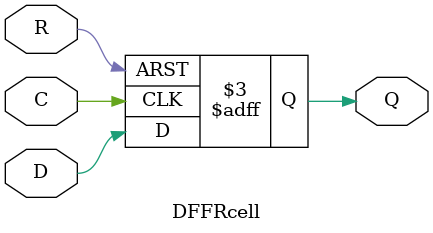
<source format=v>
module locked(inputs,key,lockingkeyinput,out);
input [7:0] inputs;
input [7:0] key;
input [255:0] lockingkeyinput;
output [1:0] out;
wire _017_;
wire _068_;
wire _071_;
wire _021_;
wire _009_;
wire _058_;
wire _007_;
wire _064_;
wire _027_;
wire _046_;
wire _035_;
wire _038_;
wire _029_;
wire _033_;
wire _061_;
wire _052_;
wire _054_;
wire _036_;
wire _002_;
wire _040_;
wire _059_;
wire _028_;
wire _034_;
wire _056_;
wire _000_;
wire _006_;
wire _010_;
wire _057_;
wire _008_;
wire _065_;
wire _043_;
wire _031_;
wire _055_;
wire _013_;
wire _011_;
wire _005_;
wire _026_;
wire _067_;
wire [4:0] scc;
wire _045_;
wire _015_;
wire _019_;
wire _060_;
wire _023_;
wire _051_;
wire _024_;
wire _025_;
wire _004_;
wire _062_;
wire _069_;
wire _047_;
wire _012_;
wire _048_;
wire _003_;
wire _041_;
wire _042_;
wire _049_;
wire _020_;
wire _014_;
wire _032_;
wire _030_;
wire _070_;
wire _001_;
wire _066_;
wire _039_;
wire [4:0] s1cc;
wire _022_;
wire _016_;
wire _050_;
wire _044_;
wire _053_;
wire _063_;
wire _018_;
wire _037_;
wire keywire74;
wire keywire75;
wire keywire76;
wire keywire77;
wire keywire78;
wire keywire79;
wire keywire80;
wire keywire81;
wire keywire82;
wire keywire83;
wire keywire84;
wire keywire85;
wire keywire86;
wire keywire87;
wire keywire88;
wire keywire89;
wire keywire90;
wire keywire91;
wire keywire92;
wire keywire93;
wire keywire94;
wire keywire95;
wire keywire96;
wire keywire97;
wire keywire98;
wire keywire99;
wire keywire100;
wire keywire101;
wire keywire102;
wire keywire103;
wire keywire104;
wire keywire105;
wire keywire106;
wire keywire107;
wire keywire108;
wire keywire109;
wire keywire110;
wire keywire111;
wire keywire112;
wire keywire113;
wire keywire114;
wire keywire115;
wire keywire116;
wire keywire117;
wire keywire118;
wire keywire119;
wire keywire120;
wire keywire121;
wire keywire122;
wire keywire123;
wire keywire124;
wire keywire125;
wire keywire126;
wire keywire127;
wire keywire128;
wire keywire129;
wire keywire130;
wire keywire131;
wire keywire132;
wire keywire133;
wire keywire134;
wire keywire135;
wire keywire136;
wire keywire137;
wire keywire138;
wire keywire139;
wire keywire140;
wire keywire141;
wire keywire142;
wire keywire143;
wire keywire144;
wire keywire145;
wire keywire146;
wire keywire147;
wire keywire148;
wire keywire149;
wire keywire150;
wire keywire151;
wire keywire152;
wire keywire153;
wire keywire154;
wire keywire155;
wire keywire156;
wire keywire157;
wire keywire158;
wire keywire159;
wire keywire160;
wire keywire161;
wire keywire162;
wire keywire163;
wire keywire164;
wire keywire165;
wire keywire166;
wire keywire167;
wire keywire168;
wire keywire169;
wire keywire170;
wire keywire171;
wire keywire172;
wire keywire173;
wire keywire174;
wire keywire175;
wire keywire176;
wire keywire177;
wire keywire178;
wire keywire179;
wire keywire180;
wire keywire181;
wire keywire182;
wire keywire183;
wire keywire184;
wire keywire185;
wire keywire186;
wire keywire187;
wire keywire188;
wire keywire189;
wire keywire190;
wire keywire191;
wire keywire192;
wire keywire193;
wire keywire194;
wire keywire195;
wire keywire196;
wire keywire197;
wire keywire198;
wire keywire199;
wire keywire200;
wire keywire201;
wire keywire202;
wire keywire203;
wire keywire204;
wire keywire205;
wire keywire206;
wire keywire207;
wire keywire208;
wire keywire209;
wire keywire210;
wire keywire211;
wire keywire212;
wire keywire213;
wire keywire214;
wire keywire215;
wire keywire216;
wire keywire217;
wire keywire218;
wire keywire219;
wire keywire220;
wire keywire221;
wire keywire222;
wire keywire223;
wire keywire224;
wire keywire225;
wire keywire226;
wire keywire227;
wire keywire228;
wire keywire229;
wire keywire230;
wire keywire231;
wire keywire232;
wire keywire233;
wire keywire234;
wire keywire235;
wire keywire236;
wire keywire237;
wire keywire238;
wire keywire239;
wire keywire240;
wire keywire241;
wire keywire242;
wire keywire243;
wire keywire244;
wire keywire245;
wire keywire246;
wire keywire247;
wire keywire248;
wire keywire249;
wire keywire250;
wire keywire251;
wire keywire252;
wire keywire253;
wire keywire254;
wire keywire255;
wire keywire256;
wire keywire257;
wire keywire258;
wire keywire259;
wire keywire260;
wire keywire261;
wire keywire262;
wire keywire263;
wire keywire264;
wire keywire265;
wire keywire266;
wire keywire267;
wire keywire268;
wire keywire269;
wire keywire270;
wire keywire271;
wire keywire272;
wire keywire273;
wire keywire274;
wire keywire275;
wire keywire276;
wire keywire277;
wire keywire278;
wire keywire279;
wire keywire280;
wire keywire281;
wire keywire282;
wire keywire283;
wire keywire284;
wire keywire285;
wire keywire286;
wire keywire287;
wire keywire288;
wire keywire289;
wire keywire290;
wire keywire291;
wire keywire292;
wire keywire293;
wire keywire294;
wire keywire295;
wire keywire296;
wire keywire297;
wire keywire298;
wire keywire299;
wire keywire300;
wire keywire301;
wire keywire302;
wire keywire303;
wire keywire304;
wire keywire305;
wire keywire306;
wire keywire307;
wire keywire308;
wire keywire309;
wire keywire310;
wire keywire311;
wire keywire312;
wire keywire313;
wire keywire314;
wire keywire315;
wire keywire316;
wire keywire317;
wire keywire318;
wire keywire319;
wire keywire320;
wire keywire321;
wire keywire322;
wire keywire323;
wire keywire324;
wire keywire325;
wire keywire326;
wire keywire327;
wire keywire328;
wire keywire329;
NOT_g NOT_g_072_(.A(inputs[3]), .Y(keywire237));
NOT_g NOT_g_114_(.A(inputs[3]), .Y(keywire238));
XNOR_g XNOR_g_073_(.A(key[0]), .B(inputs[0]), .Y(keywire320));
XNOR_g XNOR_g_074_(.A(key[7]), .B(inputs[7]), .Y(keywire319));
XNOR_g XNOR_g_076_(.A(key[1]), .B(inputs[1]), .Y(keywire318));
XNOR_g XNOR_g_077_(.A(key[3]), .B(inputs[3]), .Y(keywire317));
XNOR_g XNOR_g_087_(.A(key[5]), .B(inputs[5]), .Y(keywire249));
XNOR_g XNOR_g_088_(.A(key[2]), .B(inputs[2]), .Y(keywire231));
XNOR_g XNOR_g_090_(.A(key[6]), .B(inputs[6]), .Y(keywire253));
XNOR_g XNOR_g_091_(.A(key[4]), .B(inputs[4]), .Y(keywire329));
XNOR_g XNOR_g_096_(.A(_023_), .B(scc[0]), .Y(keywire295));
XNOR_g XNOR_g_115_(.A(key[0]), .B(inputs[0]), .Y(keywire328));
XNOR_g XNOR_g_116_(.A(key[7]), .B(inputs[7]), .Y(keywire327));
XNOR_g XNOR_g_118_(.A(key[1]), .B(inputs[1]), .Y(keywire326));
XNOR_g XNOR_g_119_(.A(key[3]), .B(inputs[3]), .Y(keywire325));
XNOR_g XNOR_g_129_(.A(key[5]), .B(inputs[5]), .Y(keywire250));
XNOR_g XNOR_g_130_(.A(key[2]), .B(inputs[2]), .Y(keywire232));
XNOR_g XNOR_g_132_(.A(key[6]), .B(inputs[6]), .Y(keywire254));
XNOR_g XNOR_g_133_(.A(key[4]), .B(inputs[4]), .Y(keywire246));
XNOR_g XNOR_g_138_(.A(_059_), .B(s1cc[0]), .Y(keywire296));
XNOR_g keygate_XNOR_0(.A(keywire74), .B(lockingkeyinput[0]), .Y(_013_));
XNOR_g keygate_XNOR_2(.A(keywire76), .B(lockingkeyinput[2]), .Y(_022_));
XNOR_g keygate_XNOR_6(.A(keywire80), .B(lockingkeyinput[6]), .Y(_037_));
XNOR_g keygate_XNOR_7(.A(keywire81), .B(lockingkeyinput[7]), .Y(_012_));
XNOR_g keygate_XNOR_9(.A(keywire83), .B(lockingkeyinput[9]), .Y(_048_));
XNOR_g keygate_XNOR_14(.A(keywire88), .B(lockingkeyinput[14]), .Y(_040_));
XNOR_g keygate_XNOR_15(.A(keywire89), .B(lockingkeyinput[15]), .Y(_011_));
XNOR_g keygate_XNOR_16(.A(keywire90), .B(lockingkeyinput[16]), .Y(_047_));
XNOR_g keygate_XNOR_18(.A(keywire92), .B(lockingkeyinput[18]), .Y(_061_));
XNOR_g keygate_XNOR_19(.A(keywire93), .B(lockingkeyinput[19]), .Y(_026_));
XNOR_g keygate_XNOR_21(.A(keywire95), .B(lockingkeyinput[21]), .Y(_016_));
XNOR_g keygate_XNOR_22(.A(keywire96), .B(lockingkeyinput[22]), .Y(_052_));
XNOR_g keygate_XNOR_24(.A(keywire98), .B(lockingkeyinput[24]), .Y(_065_));
XNOR_g keygate_XNOR_25(.A(keywire99), .B(lockingkeyinput[25]), .Y(_030_));
XNOR_g keygate_XNOR_27(.A(keywire101), .B(lockingkeyinput[27]), .Y(_000_));
XNOR_g keygate_XNOR_28(.A(keywire102), .B(lockingkeyinput[28]), .Y(_036_));
XNOR_g keygate_XNOR_29(.A(keywire103), .B(lockingkeyinput[29]), .Y(_005_));
XNOR_g keygate_XNOR_30(.A(keywire104), .B(lockingkeyinput[30]), .Y(_041_));
XNOR_g keygate_XNOR_33(.A(keywire107), .B(lockingkeyinput[33]), .Y(_034_));
XNOR_g keygate_XNOR_34(.A(keywire108), .B(lockingkeyinput[34]), .Y(_070_));
XNOR_g keygate_XNOR_36(.A(keywire110), .B(lockingkeyinput[36]), .Y(_055_));
XNOR_g keygate_XNOR_39(.A(keywire113), .B(lockingkeyinput[39]), .Y(_015_));
XNOR_g keygate_XNOR_40(.A(keywire114), .B(lockingkeyinput[40]), .Y(_051_));
XNOR_g keygate_XNOR_41(.A(keywire115), .B(lockingkeyinput[41]), .Y(_008_));
XNOR_g keygate_XNOR_43(.A(keywire117), .B(lockingkeyinput[43]), .Y(_018_));
XNOR_g keygate_XNOR_45(.A(keywire119), .B(lockingkeyinput[45]), .Y(_002_));
XNOR_g keygate_XNOR_48(.A(keywire122), .B(lockingkeyinput[48]), .Y(_039_));
XNOR_g keygate_XNOR_49(.A(keywire123), .B(lockingkeyinput[49]), .Y(_027_));
XNOR_g keygate_XNOR_56(.A(keywire130), .B(lockingkeyinput[56]), .Y(_042_));
XNOR_g keygate_XNOR_58(.A(keywire132), .B(lockingkeyinput[58]), .Y(_064_));
XNOR_g keygate_XNOR_59(.A(keywire133), .B(lockingkeyinput[59]), .Y(_017_));
XNOR_g keygate_XNOR_60(.A(keywire134), .B(lockingkeyinput[60]), .Y(_053_));
XNOR_g keygate_XNOR_61(.A(keywire135), .B(lockingkeyinput[61]), .Y(_032_));
XNOR_g keygate_XNOR_62(.A(keywire136), .B(lockingkeyinput[62]), .Y(_068_));
XNOR_g keygate_XNOR_64(.A(keywire138), .B(lockingkeyinput[64]), .Y(scc[2]));
XNOR_g keygate_XNOR_65(.A(keywire139), .B(lockingkeyinput[65]), .Y(_067_));
XNOR_g keygate_XNOR_66(.A(keywire140), .B(lockingkeyinput[66]), .Y(s1cc[2]));
XNOR_g keygate_XNOR_69(.A(keywire143), .B(lockingkeyinput[69]), .Y(_035_));
XNOR_g keygate_XNOR_70(.A(keywire144), .B(lockingkeyinput[70]), .Y(scc[3]));
XNOR_g keygate_XNOR_72(.A(keywire146), .B(lockingkeyinput[72]), .Y(s1cc[3]));
XNOR_g keygate_XNOR_73(.A(keywire147), .B(lockingkeyinput[73]), .Y(_020_));
XNOR_g keygate_XNOR_74(.A(keywire148), .B(lockingkeyinput[74]), .Y(_056_));
XNOR_g keygate_XNOR_79(.A(keywire153), .B(lockingkeyinput[79]), .Y(_050_));
XNOR_g keygate_XNOR_82(.A(keywire156), .B(lockingkeyinput[82]), .Y(_059_));
XNOR_g keygate_XNOR_83(.A(keywire157), .B(lockingkeyinput[83]), .Y(_058_));
XNOR_g keygate_XNOR_86(.A(keywire160), .B(lockingkeyinput[86]), .Y(keywire128));
XNOR_g keygate_XNOR_87(.A(keywire161), .B(lockingkeyinput[87]), .Y(keywire77));
XNOR_g keygate_XNOR_88(.A(keywire162), .B(lockingkeyinput[88]), .Y(keywire85));
XNOR_g keygate_XNOR_90(.A(keywire164), .B(lockingkeyinput[90]), .Y(keywire86));
XNOR_g keygate_XNOR_91(.A(keywire165), .B(lockingkeyinput[91]), .Y(keywire76));
XNOR_g keygate_XNOR_95(.A(keywire169), .B(lockingkeyinput[95]), .Y(keywire154));
XNOR_g keygate_XNOR_96(.A(keywire170), .B(lockingkeyinput[96]), .Y(keywire75));
XNOR_g keygate_XNOR_97(.A(keywire171), .B(lockingkeyinput[97]), .Y(keywire129));
XNOR_g keygate_XNOR_98(.A(keywire172), .B(lockingkeyinput[98]), .Y(keywire121));
XNOR_g keygate_XNOR_99(.A(keywire173), .B(lockingkeyinput[99]), .Y(keywire155));
XNOR_g keygate_XNOR_102(.A(keywire176), .B(lockingkeyinput[102]), .Y(keywire122));
XNOR_g keygate_XNOR_103(.A(keywire177), .B(lockingkeyinput[103]), .Y(keywire147));
XNOR_g keygate_XNOR_104(.A(keywire178), .B(lockingkeyinput[104]), .Y(keywire133));
XNOR_g keygate_XNOR_106(.A(keywire180), .B(lockingkeyinput[106]), .Y(keywire149));
XNOR_g keygate_XNOR_108(.A(keywire182), .B(lockingkeyinput[108]), .Y(keywire87));
XNOR_g keygate_XNOR_109(.A(keywire183), .B(lockingkeyinput[109]), .Y(keywire119));
XNOR_g keygate_XNOR_113(.A(keywire187), .B(lockingkeyinput[113]), .Y(keywire125));
XNOR_g keygate_XNOR_115(.A(keywire189), .B(lockingkeyinput[115]), .Y(keywire104));
XNOR_g keygate_XNOR_116(.A(keywire190), .B(lockingkeyinput[116]), .Y(keywire88));
XNOR_g keygate_XNOR_119(.A(keywire193), .B(lockingkeyinput[119]), .Y(keywire109));
XNOR_g keygate_XNOR_121(.A(keywire195), .B(lockingkeyinput[121]), .Y(keywire95));
XNOR_g keygate_XNOR_124(.A(keywire198), .B(lockingkeyinput[124]), .Y(keywire111));
XNOR_g keygate_XNOR_128(.A(keywire202), .B(lockingkeyinput[128]), .Y(keywire96));
XNOR_g keygate_XNOR_129(.A(keywire203), .B(lockingkeyinput[129]), .Y(keywire114));
XNOR_g keygate_XNOR_131(.A(keywire205), .B(lockingkeyinput[131]), .Y(keywire90));
XNOR_g keygate_XNOR_133(.A(keywire207), .B(lockingkeyinput[133]), .Y(keywire116));
XNOR_g keygate_XNOR_136(.A(keywire210), .B(lockingkeyinput[136]), .Y(keywire179));
XNOR_g keygate_XNOR_137(.A(keywire211), .B(lockingkeyinput[137]), .Y(keywire170));
XNOR_g keygate_XNOR_139(.A(keywire213), .B(lockingkeyinput[139]), .Y(keywire161));
XNOR_g keygate_XNOR_141(.A(keywire215), .B(lockingkeyinput[141]), .Y(keywire184));
XNOR_g keygate_XNOR_142(.A(keywire216), .B(lockingkeyinput[142]), .Y(keywire192));
XNOR_g keygate_XNOR_143(.A(keywire217), .B(lockingkeyinput[143]), .Y(keywire197));
XNOR_g keygate_XNOR_145(.A(keywire219), .B(lockingkeyinput[145]), .Y(keywire204));
XNOR_g keygate_XNOR_147(.A(keywire221), .B(lockingkeyinput[147]), .Y(keywire162));
XNOR_g keygate_XNOR_148(.A(keywire222), .B(lockingkeyinput[148]), .Y(keywire164));
XNOR_g keygate_XNOR_149(.A(keywire223), .B(lockingkeyinput[149]), .Y(keywire182));
XNOR_g keygate_XNOR_150(.A(keywire224), .B(lockingkeyinput[150]), .Y(keywire190));
XNOR_g keygate_XNOR_151(.A(keywire225), .B(lockingkeyinput[151]), .Y(keywire158));
XNOR_g keygate_XNOR_152(.A(keywire226), .B(lockingkeyinput[152]), .Y(keywire205));
XNOR_g keygate_XNOR_153(.A(keywire227), .B(lockingkeyinput[153]), .Y(keywire91));
XNOR_g keygate_XNOR_155(.A(keywire229), .B(lockingkeyinput[155]), .Y(keywire93));
XNOR_g keygate_XNOR_157(.A(keywire231), .B(lockingkeyinput[157]), .Y(keywire195));
XNOR_g keygate_XNOR_158(.A(keywire232), .B(lockingkeyinput[158]), .Y(keywire202));
XNOR_g keygate_XNOR_160(.A(keywire234), .B(lockingkeyinput[160]), .Y(keywire98));
XNOR_g keygate_XNOR_162(.A(keywire236), .B(lockingkeyinput[162]), .Y(keywire100));
XNOR_g keygate_XNOR_164(.A(keywire238), .B(lockingkeyinput[164]), .Y(keywire209));
XNOR_g keygate_XNOR_165(.A(keywire239), .B(lockingkeyinput[165]), .Y(keywire181));
XNOR_g keygate_XNOR_169(.A(keywire243), .B(lockingkeyinput[169]), .Y(keywire107));
XNOR_g keygate_XNOR_170(.A(keywire244), .B(lockingkeyinput[170]), .Y(keywire108));
XNOR_g keygate_XNOR_174(.A(keywire248), .B(lockingkeyinput[174]), .Y(keywire206));
XNOR_g keygate_XNOR_175(.A(keywire249), .B(lockingkeyinput[175]), .Y(keywire196));
XNOR_g keygate_XNOR_176(.A(keywire250), .B(lockingkeyinput[176]), .Y(keywire203));
XNOR_g keygate_XNOR_177(.A(keywire251), .B(lockingkeyinput[177]), .Y(keywire199));
XNOR_g keygate_XNOR_178(.A(keywire252), .B(lockingkeyinput[178]), .Y(keywire207));
XNOR_g keygate_XNOR_179(.A(keywire253), .B(lockingkeyinput[179]), .Y(keywire194));
XNOR_g keygate_XNOR_180(.A(keywire254), .B(lockingkeyinput[180]), .Y(keywire201));
XNOR_g keygate_XNOR_181(.A(keywire255), .B(lockingkeyinput[181]), .Y(keywire183));
XNOR_g keygate_XNOR_183(.A(keywire257), .B(lockingkeyinput[183]), .Y(keywire172));
XNOR_g keygate_XNOR_184(.A(keywire258), .B(lockingkeyinput[184]), .Y(keywire176));
XNOR_g keygate_XNOR_186(.A(keywire260), .B(lockingkeyinput[186]), .Y(keywire124));
XNOR_g keygate_XNOR_187(.A(keywire261), .B(lockingkeyinput[187]), .Y(keywire187));
XNOR_g keygate_XNOR_190(.A(keywire264), .B(lockingkeyinput[190]), .Y(keywire160));
XNOR_g keygate_XNOR_195(.A(keywire269), .B(lockingkeyinput[195]), .Y(keywire178));
XNOR_g keygate_XNOR_199(.A(keywire273), .B(lockingkeyinput[199]), .Y(keywire137));
XNOR_g keygate_XNOR_200(.A(keywire274), .B(lockingkeyinput[200]), .Y(keywire138));
XNOR_g keygate_XNOR_201(.A(keywire275), .B(lockingkeyinput[201]), .Y(keywire139));
XNOR_g keygate_XNOR_202(.A(keywire276), .B(lockingkeyinput[202]), .Y(keywire140));
XNOR_g keygate_XNOR_204(.A(keywire278), .B(lockingkeyinput[204]), .Y(keywire142));
XNOR_g keygate_XNOR_207(.A(keywire281), .B(lockingkeyinput[207]), .Y(keywire145));
XNOR_g keygate_XNOR_208(.A(keywire282), .B(lockingkeyinput[208]), .Y(keywire146));
XNOR_g keygate_XNOR_209(.A(keywire283), .B(lockingkeyinput[209]), .Y(keywire177));
XNOR_g keygate_XNOR_211(.A(keywire285), .B(lockingkeyinput[211]), .Y(keywire180));
XNOR_g keygate_XNOR_215(.A(keywire289), .B(lockingkeyinput[215]), .Y(keywire174));
XNOR_g keygate_XNOR_217(.A(keywire291), .B(lockingkeyinput[217]), .Y(keywire173));
XNOR_g keygate_XNOR_218(.A(keywire292), .B(lockingkeyinput[218]), .Y(keywire163));
XNOR_g keygate_XNOR_219(.A(keywire293), .B(lockingkeyinput[219]), .Y(keywire167));
XNOR_g keygate_XNOR_223(.A(keywire297), .B(lockingkeyinput[223]), .Y(keywire213));
XNOR_g keygate_XNOR_224(.A(keywire298), .B(lockingkeyinput[224]), .Y(keywire221));
XNOR_g keygate_XNOR_226(.A(keywire300), .B(lockingkeyinput[226]), .Y(keywire222));
XNOR_g keygate_XNOR_227(.A(keywire301), .B(lockingkeyinput[227]), .Y(keywire212));
XNOR_g keygate_XNOR_229(.A(keywire303), .B(lockingkeyinput[229]), .Y(keywire293));
XNOR_g keygate_XNOR_231(.A(keywire305), .B(lockingkeyinput[231]), .Y(keywire290));
XNOR_g keygate_XNOR_232(.A(keywire306), .B(lockingkeyinput[232]), .Y(keywire211));
XNOR_g keygate_XNOR_233(.A(keywire307), .B(lockingkeyinput[233]), .Y(keywire265));
XNOR_g keygate_XNOR_236(.A(keywire310), .B(lockingkeyinput[236]), .Y(keywire289));
XNOR_g keygate_XNOR_244(.A(keywire318), .B(lockingkeyinput[244]), .Y(keywire223));
XNOR_g keygate_XNOR_245(.A(keywire319), .B(lockingkeyinput[245]), .Y(keywire255));
XNOR_g keygate_XNOR_246(.A(keywire320), .B(lockingkeyinput[246]), .Y(keywire215));
XNOR_g keygate_XNOR_247(.A(keywire321), .B(lockingkeyinput[247]), .Y(keywire284));
XNOR_g keygate_XNOR_248(.A(keywire322), .B(lockingkeyinput[248]), .Y(keywire270));
XNOR_g keygate_XNOR_252(.A(keywire326), .B(lockingkeyinput[252]), .Y(keywire224));
XNOR_g keygate_XNOR_254(.A(keywire328), .B(lockingkeyinput[254]), .Y(keywire216));
AND_g AND_g_075_(.A(_002_), .B(_001_), .Y(keywire308));
AND_g AND_g_078_(.A(_005_), .B(_004_), .Y(keywire307));
AND_g AND_g_079_(.A(_006_), .B(_003_), .Y(keywire302));
AND_g AND_g_082_(.A(_009_), .B(_008_), .Y(keywire316));
AND_g AND_g_084_(.A(_000_), .B(inputs[0]), .Y(keywire217));
AND_g AND_g_085_(.A(_012_), .B(_011_), .Y(keywire315));
AND_g AND_g_089_(.A(_016_), .B(_015_), .Y(keywire314));
AND_g AND_g_092_(.A(_019_), .B(_018_), .Y(keywire313));
AND_g AND_g_093_(.A(_020_), .B(_017_), .Y(keywire305));
AND_g AND_g_094_(.A(_021_), .B(_014_), .Y(keywire301));
AND_g AND_g_097_(.A(inputs[4]), .B(inputs[0]), .Y(keywire218));
AND_g AND_g_117_(.A(_038_), .B(_037_), .Y(keywire312));
AND_g AND_g_120_(.A(_041_), .B(_040_), .Y(keywire311));
AND_g AND_g_121_(.A(_042_), .B(_039_), .Y(keywire304));
AND_g AND_g_124_(.A(_045_), .B(_044_), .Y(keywire324));
AND_g AND_g_126_(.A(_036_), .B(inputs[0]), .Y(keywire219));
AND_g AND_g_127_(.A(_048_), .B(_047_), .Y(keywire323));
AND_g AND_g_131_(.A(_052_), .B(_051_), .Y(keywire322));
AND_g AND_g_134_(.A(_055_), .B(_054_), .Y(keywire321));
AND_g AND_g_135_(.A(_056_), .B(_053_), .Y(keywire309));
AND_g AND_g_136_(.A(_057_), .B(_050_), .Y(keywire303));
AND_g AND_g_139_(.A(inputs[4]), .B(inputs[0]), .Y(keywire220));
NOR_g NOR_g_080_(.A(inputs[6]), .B(inputs[5]), .Y(keywire251));
NOR_g NOR_g_081_(.A(inputs[7]), .B(inputs[4]), .Y(keywire247));
NOR_g NOR_g_083_(.A(inputs[2]), .B(inputs[1]), .Y(keywire294));
NOR_g NOR_g_122_(.A(inputs[6]), .B(inputs[5]), .Y(keywire252));
NOR_g NOR_g_123_(.A(inputs[7]), .B(inputs[4]), .Y(keywire248));
NOR_g NOR_g_125_(.A(inputs[2]), .B(inputs[1]), .Y(keywire226));
NAND_g NAND_g_086_(.A(_013_), .B(_010_), .Y(keywire306));
NAND_g NAND_g_095_(.A(_022_), .B(_007_), .Y(keywire297));
NAND_g NAND_g_098_(.A(inputs[5]), .B(inputs[1]), .Y(keywire227));
NAND_g NAND_g_100_(.A(_026_), .B(_024_), .Y(keywire259));
NAND_g NAND_g_102_(.A(_027_), .B(_025_), .Y(keywire267));
NAND_g NAND_g_103_(.A(inputs[6]), .B(inputs[2]), .Y(keywire233));
NAND_g NAND_g_105_(.A(_030_), .B(_028_), .Y(keywire273));
NAND_g NAND_g_107_(.A(_031_), .B(_029_), .Y(keywire271));
NAND_g NAND_g_108_(.A(inputs[7]), .B(inputs[3]), .Y(keywire241));
NAND_g NAND_g_110_(.A(_034_), .B(_032_), .Y(keywire279));
NAND_g NAND_g_113_(.A(_035_), .B(_033_), .Y(keywire277));
NAND_g NAND_g_128_(.A(_049_), .B(_046_), .Y(keywire310));
NAND_g NAND_g_137_(.A(_058_), .B(_043_), .Y(keywire299));
NAND_g NAND_g_140_(.A(inputs[5]), .B(inputs[1]), .Y(keywire228));
NAND_g NAND_g_142_(.A(_062_), .B(_060_), .Y(keywire262));
NAND_g NAND_g_144_(.A(_063_), .B(_061_), .Y(keywire268));
NAND_g NAND_g_145_(.A(inputs[6]), .B(inputs[2]), .Y(keywire234));
NAND_g NAND_g_147_(.A(_066_), .B(_064_), .Y(keywire275));
NAND_g NAND_g_149_(.A(_067_), .B(_065_), .Y(keywire272));
NAND_g NAND_g_150_(.A(inputs[7]), .B(inputs[3]), .Y(keywire242));
NAND_g NAND_g_152_(.A(_070_), .B(_068_), .Y(keywire281));
NAND_g NAND_g_155_(.A(_071_), .B(_069_), .Y(keywire278));
XOR_g XOR_g_099_(.A(inputs[5]), .B(inputs[1]), .Y(keywire229));
XOR_g XOR_g_101_(.A(_026_), .B(_024_), .Y(keywire260));
XOR_g XOR_g_104_(.A(inputs[6]), .B(inputs[2]), .Y(keywire235));
XOR_g XOR_g_106_(.A(_030_), .B(_028_), .Y(keywire274));
XOR_g XOR_g_109_(.A(inputs[7]), .B(inputs[3]), .Y(keywire243));
XOR_g XOR_g_111_(.A(_034_), .B(_032_), .Y(keywire280));
XOR_g XOR_g_112_(.A(inputs[4]), .B(inputs[0]), .Y(keywire298));
XOR_g XOR_g_141_(.A(inputs[5]), .B(inputs[1]), .Y(keywire230));
XOR_g XOR_g_143_(.A(_062_), .B(_060_), .Y(keywire263));
XOR_g XOR_g_146_(.A(inputs[6]), .B(inputs[2]), .Y(keywire236));
XOR_g XOR_g_148_(.A(_066_), .B(_064_), .Y(keywire276));
XOR_g XOR_g_151_(.A(inputs[7]), .B(inputs[3]), .Y(keywire244));
XOR_g XOR_g_153_(.A(_070_), .B(_068_), .Y(keywire282));
XOR_g XOR_g_154_(.A(inputs[4]), .B(inputs[0]), .Y(keywire300));
XOR_g keygate_XOR_1(.A(keywire75), .B(lockingkeyinput[1]), .Y(_014_));
XOR_g keygate_XOR_3(.A(keywire77), .B(lockingkeyinput[3]), .Y(_023_));
XOR_g keygate_XOR_4(.A(keywire78), .B(lockingkeyinput[4]), .Y(out[0]));
XOR_g keygate_XOR_5(.A(keywire79), .B(lockingkeyinput[5]), .Y(_001_));
XOR_g keygate_XOR_8(.A(keywire82), .B(lockingkeyinput[8]), .Y(_024_));
XOR_g keygate_XOR_10(.A(keywire84), .B(lockingkeyinput[10]), .Y(_060_));
XOR_g keygate_XOR_11(.A(keywire85), .B(lockingkeyinput[11]), .Y(scc[0]));
XOR_g keygate_XOR_12(.A(keywire86), .B(lockingkeyinput[12]), .Y(s1cc[0]));
XOR_g keygate_XOR_13(.A(keywire87), .B(lockingkeyinput[13]), .Y(_004_));
XOR_g keygate_XOR_17(.A(keywire91), .B(lockingkeyinput[17]), .Y(_025_));
XOR_g keygate_XOR_20(.A(keywire94), .B(lockingkeyinput[20]), .Y(_062_));
XOR_g keygate_XOR_23(.A(keywire97), .B(lockingkeyinput[23]), .Y(_029_));
XOR_g keygate_XOR_26(.A(keywire100), .B(lockingkeyinput[26]), .Y(_066_));
XOR_g keygate_XOR_31(.A(keywire105), .B(lockingkeyinput[31]), .Y(_033_));
XOR_g keygate_XOR_32(.A(keywire106), .B(lockingkeyinput[32]), .Y(_069_));
XOR_g keygate_XOR_35(.A(keywire109), .B(lockingkeyinput[35]), .Y(_019_));
XOR_g keygate_XOR_37(.A(keywire111), .B(lockingkeyinput[37]), .Y(_009_));
XOR_g keygate_XOR_38(.A(keywire112), .B(lockingkeyinput[38]), .Y(_045_));
XOR_g keygate_XOR_42(.A(keywire116), .B(lockingkeyinput[42]), .Y(_044_));
XOR_g keygate_XOR_44(.A(keywire118), .B(lockingkeyinput[44]), .Y(_054_));
XOR_g keygate_XOR_46(.A(keywire120), .B(lockingkeyinput[46]), .Y(_038_));
XOR_g keygate_XOR_47(.A(keywire121), .B(lockingkeyinput[47]), .Y(_003_));
XOR_g keygate_XOR_50(.A(keywire124), .B(lockingkeyinput[50]), .Y(scc[1]));
XOR_g keygate_XOR_51(.A(keywire125), .B(lockingkeyinput[51]), .Y(_049_));
XOR_g keygate_XOR_52(.A(keywire126), .B(lockingkeyinput[52]), .Y(_063_));
XOR_g keygate_XOR_53(.A(keywire127), .B(lockingkeyinput[53]), .Y(s1cc[1]));
XOR_g keygate_XOR_54(.A(keywire128), .B(lockingkeyinput[54]), .Y(out[1]));
XOR_g keygate_XOR_55(.A(keywire129), .B(lockingkeyinput[55]), .Y(_006_));
XOR_g keygate_XOR_57(.A(keywire131), .B(lockingkeyinput[57]), .Y(_028_));
XOR_g keygate_XOR_63(.A(keywire137), .B(lockingkeyinput[63]), .Y(_031_));
XOR_g keygate_XOR_67(.A(keywire141), .B(lockingkeyinput[67]), .Y(scc[4]));
XOR_g keygate_XOR_68(.A(keywire142), .B(lockingkeyinput[68]), .Y(s1cc[4]));
XOR_g keygate_XOR_71(.A(keywire145), .B(lockingkeyinput[71]), .Y(_071_));
XOR_g keygate_XOR_75(.A(keywire149), .B(lockingkeyinput[75]), .Y(_010_));
XOR_g keygate_XOR_76(.A(keywire150), .B(lockingkeyinput[76]), .Y(_046_));
XOR_g keygate_XOR_77(.A(keywire151), .B(lockingkeyinput[77]), .Y(_007_));
XOR_g keygate_XOR_78(.A(keywire152), .B(lockingkeyinput[78]), .Y(_043_));
XOR_g keygate_XOR_80(.A(keywire154), .B(lockingkeyinput[80]), .Y(_021_));
XOR_g keygate_XOR_81(.A(keywire155), .B(lockingkeyinput[81]), .Y(_057_));
XOR_g keygate_XOR_84(.A(keywire158), .B(lockingkeyinput[84]), .Y(keywire89));
XOR_g keygate_XOR_85(.A(keywire159), .B(lockingkeyinput[85]), .Y(keywire78));
XOR_g keygate_XOR_89(.A(keywire163), .B(lockingkeyinput[89]), .Y(keywire156));
XOR_g keygate_XOR_92(.A(keywire166), .B(lockingkeyinput[92]), .Y(keywire151));
XOR_g keygate_XOR_93(.A(keywire167), .B(lockingkeyinput[93]), .Y(keywire157));
XOR_g keygate_XOR_94(.A(keywire168), .B(lockingkeyinput[94]), .Y(keywire152));
XOR_g keygate_XOR_100(.A(keywire174), .B(lockingkeyinput[100]), .Y(keywire153));
XOR_g keygate_XOR_101(.A(keywire175), .B(lockingkeyinput[101]), .Y(keywire130));
XOR_g keygate_XOR_105(.A(keywire179), .B(lockingkeyinput[105]), .Y(keywire74));
XOR_g keygate_XOR_107(.A(keywire181), .B(lockingkeyinput[107]), .Y(keywire103));
XOR_g keygate_XOR_110(.A(keywire184), .B(lockingkeyinput[110]), .Y(keywire79));
XOR_g keygate_XOR_111(.A(keywire185), .B(lockingkeyinput[111]), .Y(keywire148));
XOR_g keygate_XOR_112(.A(keywire186), .B(lockingkeyinput[112]), .Y(keywire134));
XOR_g keygate_XOR_114(.A(keywire188), .B(lockingkeyinput[114]), .Y(keywire150));
XOR_g keygate_XOR_117(.A(keywire191), .B(lockingkeyinput[117]), .Y(keywire120));
XOR_g keygate_XOR_118(.A(keywire192), .B(lockingkeyinput[118]), .Y(keywire80));
XOR_g keygate_XOR_120(.A(keywire194), .B(lockingkeyinput[120]), .Y(keywire117));
XOR_g keygate_XOR_122(.A(keywire196), .B(lockingkeyinput[122]), .Y(keywire113));
XOR_g keygate_XOR_123(.A(keywire197), .B(lockingkeyinput[123]), .Y(keywire81));
XOR_g keygate_XOR_125(.A(keywire199), .B(lockingkeyinput[125]), .Y(keywire115));
XOR_g keygate_XOR_126(.A(keywire200), .B(lockingkeyinput[126]), .Y(keywire110));
XOR_g keygate_XOR_127(.A(keywire201), .B(lockingkeyinput[127]), .Y(keywire118));
XOR_g keygate_XOR_130(.A(keywire204), .B(lockingkeyinput[130]), .Y(keywire83));
XOR_g keygate_XOR_132(.A(keywire206), .B(lockingkeyinput[132]), .Y(keywire112));
XOR_g keygate_XOR_134(.A(keywire208), .B(lockingkeyinput[134]), .Y(keywire101));
XOR_g keygate_XOR_135(.A(keywire209), .B(lockingkeyinput[135]), .Y(keywire102));
XOR_g keygate_XOR_138(.A(keywire212), .B(lockingkeyinput[138]), .Y(keywire165));
XOR_g keygate_XOR_140(.A(keywire214), .B(lockingkeyinput[140]), .Y(keywire159));
XOR_g keygate_XOR_144(.A(keywire218), .B(lockingkeyinput[144]), .Y(keywire82));
XOR_g keygate_XOR_146(.A(keywire220), .B(lockingkeyinput[146]), .Y(keywire84));
XOR_g keygate_XOR_154(.A(keywire228), .B(lockingkeyinput[154]), .Y(keywire92));
XOR_g keygate_XOR_156(.A(keywire230), .B(lockingkeyinput[156]), .Y(keywire94));
XOR_g keygate_XOR_159(.A(keywire233), .B(lockingkeyinput[159]), .Y(keywire97));
XOR_g keygate_XOR_161(.A(keywire235), .B(lockingkeyinput[161]), .Y(keywire99));
XOR_g keygate_XOR_163(.A(keywire237), .B(lockingkeyinput[163]), .Y(keywire208));
XOR_g keygate_XOR_166(.A(keywire240), .B(lockingkeyinput[166]), .Y(keywire189));
XOR_g keygate_XOR_167(.A(keywire241), .B(lockingkeyinput[167]), .Y(keywire105));
XOR_g keygate_XOR_168(.A(keywire242), .B(lockingkeyinput[168]), .Y(keywire106));
XOR_g keygate_XOR_171(.A(keywire245), .B(lockingkeyinput[171]), .Y(keywire193));
XOR_g keygate_XOR_172(.A(keywire246), .B(lockingkeyinput[172]), .Y(keywire200));
XOR_g keygate_XOR_173(.A(keywire247), .B(lockingkeyinput[173]), .Y(keywire198));
XOR_g keygate_XOR_182(.A(keywire256), .B(lockingkeyinput[182]), .Y(keywire191));
XOR_g keygate_XOR_185(.A(keywire259), .B(lockingkeyinput[185]), .Y(keywire123));
XOR_g keygate_XOR_188(.A(keywire262), .B(lockingkeyinput[188]), .Y(keywire126));
XOR_g keygate_XOR_189(.A(keywire263), .B(lockingkeyinput[189]), .Y(keywire127));
XOR_g keygate_XOR_191(.A(keywire265), .B(lockingkeyinput[191]), .Y(keywire171));
XOR_g keygate_XOR_192(.A(keywire266), .B(lockingkeyinput[192]), .Y(keywire175));
XOR_g keygate_XOR_193(.A(keywire267), .B(lockingkeyinput[193]), .Y(keywire131));
XOR_g keygate_XOR_194(.A(keywire268), .B(lockingkeyinput[194]), .Y(keywire132));
XOR_g keygate_XOR_196(.A(keywire270), .B(lockingkeyinput[196]), .Y(keywire186));
XOR_g keygate_XOR_197(.A(keywire271), .B(lockingkeyinput[197]), .Y(keywire135));
XOR_g keygate_XOR_198(.A(keywire272), .B(lockingkeyinput[198]), .Y(keywire136));
XOR_g keygate_XOR_203(.A(keywire277), .B(lockingkeyinput[203]), .Y(keywire141));
XOR_g keygate_XOR_205(.A(keywire279), .B(lockingkeyinput[205]), .Y(keywire143));
XOR_g keygate_XOR_206(.A(keywire280), .B(lockingkeyinput[206]), .Y(keywire144));
XOR_g keygate_XOR_210(.A(keywire284), .B(lockingkeyinput[210]), .Y(keywire185));
XOR_g keygate_XOR_212(.A(keywire286), .B(lockingkeyinput[212]), .Y(keywire188));
XOR_g keygate_XOR_213(.A(keywire287), .B(lockingkeyinput[213]), .Y(keywire166));
XOR_g keygate_XOR_214(.A(keywire288), .B(lockingkeyinput[214]), .Y(keywire168));
XOR_g keygate_XOR_216(.A(keywire290), .B(lockingkeyinput[216]), .Y(keywire169));
XOR_g keygate_XOR_220(.A(keywire294), .B(lockingkeyinput[220]), .Y(keywire225));
XOR_g keygate_XOR_221(.A(keywire295), .B(lockingkeyinput[221]), .Y(keywire214));
XOR_g keygate_XOR_222(.A(keywire296), .B(lockingkeyinput[222]), .Y(keywire264));
XOR_g keygate_XOR_225(.A(keywire299), .B(lockingkeyinput[225]), .Y(keywire292));
XOR_g keygate_XOR_228(.A(keywire302), .B(lockingkeyinput[228]), .Y(keywire287));
XOR_g keygate_XOR_230(.A(keywire304), .B(lockingkeyinput[230]), .Y(keywire288));
XOR_g keygate_XOR_234(.A(keywire308), .B(lockingkeyinput[234]), .Y(keywire257));
XOR_g keygate_XOR_235(.A(keywire309), .B(lockingkeyinput[235]), .Y(keywire291));
XOR_g keygate_XOR_237(.A(keywire311), .B(lockingkeyinput[237]), .Y(keywire266));
XOR_g keygate_XOR_238(.A(keywire312), .B(lockingkeyinput[238]), .Y(keywire258));
XOR_g keygate_XOR_239(.A(keywire313), .B(lockingkeyinput[239]), .Y(keywire283));
XOR_g keygate_XOR_240(.A(keywire314), .B(lockingkeyinput[240]), .Y(keywire269));
XOR_g keygate_XOR_241(.A(keywire315), .B(lockingkeyinput[241]), .Y(keywire210));
XOR_g keygate_XOR_242(.A(keywire316), .B(lockingkeyinput[242]), .Y(keywire285));
XOR_g keygate_XOR_243(.A(keywire317), .B(lockingkeyinput[243]), .Y(keywire239));
XOR_g keygate_XOR_249(.A(keywire323), .B(lockingkeyinput[249]), .Y(keywire261));
XOR_g keygate_XOR_250(.A(keywire324), .B(lockingkeyinput[250]), .Y(keywire286));
XOR_g keygate_XOR_251(.A(keywire325), .B(lockingkeyinput[251]), .Y(keywire240));
XOR_g keygate_XOR_253(.A(keywire327), .B(lockingkeyinput[253]), .Y(keywire256));
XOR_g keygate_XOR_255(.A(keywire329), .B(lockingkeyinput[255]), .Y(keywire245));
endmodule

module BUF_g(A, Y);
input A;
output Y;
assign Y=A;
endmodule

 
module NOT_g(A, Y);
input A;
output Y;
assign Y=~A;
endmodule

module AND_g(A, B, Y);
input A, B;
output Y;
assign Y=(A & B);
endmodule

module OR_g(A, B, Y);
input A, B;
output Y;
assign Y= (A | B);
endmodule

module NAND_g(A, B, Y);
input A, B;
output Y;
assign Y= ~(A & B);

endmodule

module NOR_g(A, B, Y);
input A, B;
output Y;
assign Y = ~(A | B);
endmodule


module XOR_g(A, B, Y);
input A, B;
output Y;
assign Y = (A ^ B);
endmodule

module XNOR_g(A, B, Y);
input A, B;
output Y;
assign Y = ~(A ^ B);
endmodule

module DFFcell(C, D, Q);
input C, D;
output reg Q;
always @(posedge C)
	Q <= D;
endmodule


module DFFRcell(C, D, Q, R);
input C, D, R;
output reg Q;
always @(posedge C, negedge R)
	if (!R)
		Q <= 1'b0;
	else
		Q <= D;
endmodule

</source>
